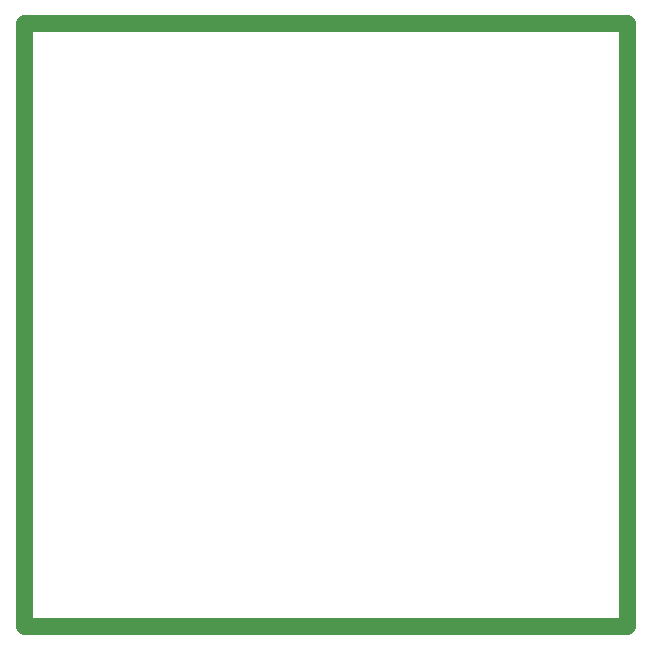
<source format=gko>
G04*
G04 #@! TF.GenerationSoftware,Altium Limited,Altium Designer,22.10.1 (41)*
G04*
G04 Layer_Color=16711935*
%FSLAX25Y25*%
%MOIN*%
G70*
G04*
G04 #@! TF.SameCoordinates,AFA84DA5-00AA-44F6-A921-FAAB14C792BC*
G04*
G04*
G04 #@! TF.FilePolarity,Positive*
G04*
G01*
G75*
%ADD88C,0.05500*%
D88*
X106500Y125500D02*
X307500D01*
X106500Y326500D02*
X307500D01*
Y125500D02*
Y326500D01*
X106500Y125500D02*
Y326500D01*
M02*

</source>
